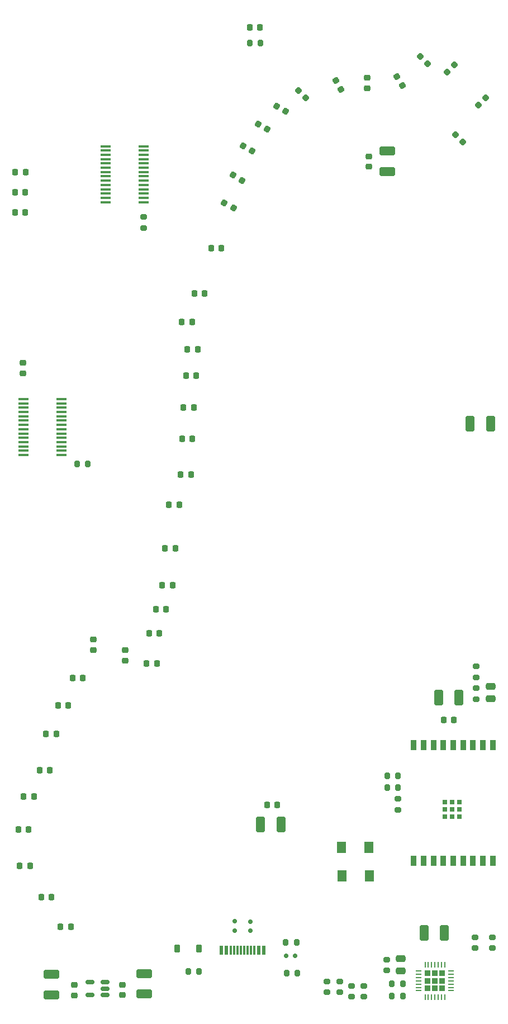
<source format=gbr>
%TF.GenerationSoftware,KiCad,Pcbnew,9.0.0*%
%TF.CreationDate,2025-04-18T09:14:46-04:00*%
%TF.ProjectId,where_is_my_ion,77686572-655f-4697-935f-6d795f696f6e,rev?*%
%TF.SameCoordinates,Original*%
%TF.FileFunction,Paste,Top*%
%TF.FilePolarity,Positive*%
%FSLAX46Y46*%
G04 Gerber Fmt 4.6, Leading zero omitted, Abs format (unit mm)*
G04 Created by KiCad (PCBNEW 9.0.0) date 2025-04-18 09:14:46*
%MOMM*%
%LPD*%
G01*
G04 APERTURE LIST*
G04 Aperture macros list*
%AMRoundRect*
0 Rectangle with rounded corners*
0 $1 Rounding radius*
0 $2 $3 $4 $5 $6 $7 $8 $9 X,Y pos of 4 corners*
0 Add a 4 corners polygon primitive as box body*
4,1,4,$2,$3,$4,$5,$6,$7,$8,$9,$2,$3,0*
0 Add four circle primitives for the rounded corners*
1,1,$1+$1,$2,$3*
1,1,$1+$1,$4,$5*
1,1,$1+$1,$6,$7*
1,1,$1+$1,$8,$9*
0 Add four rect primitives between the rounded corners*
20,1,$1+$1,$2,$3,$4,$5,0*
20,1,$1+$1,$4,$5,$6,$7,0*
20,1,$1+$1,$6,$7,$8,$9,0*
20,1,$1+$1,$8,$9,$2,$3,0*%
G04 Aperture macros list end*
%ADD10RoundRect,0.218750X0.317568X0.112544X-0.061318X0.331294X-0.317568X-0.112544X0.061318X-0.331294X0*%
%ADD11RoundRect,0.250000X0.925000X-0.412500X0.925000X0.412500X-0.925000X0.412500X-0.925000X-0.412500X0*%
%ADD12R,1.350000X1.800000*%
%ADD13RoundRect,0.218750X0.218750X0.256250X-0.218750X0.256250X-0.218750X-0.256250X0.218750X-0.256250X0*%
%ADD14RoundRect,0.200000X0.200000X0.275000X-0.200000X0.275000X-0.200000X-0.275000X0.200000X-0.275000X0*%
%ADD15RoundRect,0.200000X0.275000X-0.200000X0.275000X0.200000X-0.275000X0.200000X-0.275000X-0.200000X0*%
%ADD16RoundRect,0.218750X-0.218750X-0.256250X0.218750X-0.256250X0.218750X0.256250X-0.218750X0.256250X0*%
%ADD17RoundRect,0.218750X-0.256250X0.218750X-0.256250X-0.218750X0.256250X-0.218750X0.256250X0.218750X0*%
%ADD18RoundRect,0.200000X-0.200000X-0.275000X0.200000X-0.275000X0.200000X0.275000X-0.200000X0.275000X0*%
%ADD19RoundRect,0.225000X-0.225000X0.225000X-0.225000X-0.225000X0.225000X-0.225000X0.225000X0.225000X0*%
%ADD20RoundRect,0.062500X-0.062500X0.337500X-0.062500X-0.337500X0.062500X-0.337500X0.062500X0.337500X0*%
%ADD21RoundRect,0.062500X-0.337500X0.062500X-0.337500X-0.062500X0.337500X-0.062500X0.337500X0.062500X0*%
%ADD22RoundRect,0.250000X-0.925000X0.412500X-0.925000X-0.412500X0.925000X-0.412500X0.925000X0.412500X0*%
%ADD23RoundRect,0.150000X0.200000X-0.150000X0.200000X0.150000X-0.200000X0.150000X-0.200000X-0.150000X0*%
%ADD24RoundRect,0.218750X0.335876X0.026517X0.026517X0.335876X-0.335876X-0.026517X-0.026517X-0.335876X0*%
%ADD25RoundRect,0.250000X0.475000X-0.250000X0.475000X0.250000X-0.475000X0.250000X-0.475000X-0.250000X0*%
%ADD26RoundRect,0.051250X0.733750X0.153750X-0.733750X0.153750X-0.733750X-0.153750X0.733750X-0.153750X0*%
%ADD27RoundRect,0.218750X0.331294X-0.061318X0.112544X0.317568X-0.331294X0.061318X-0.112544X-0.317568X0*%
%ADD28RoundRect,0.200000X-0.275000X0.200000X-0.275000X-0.200000X0.275000X-0.200000X0.275000X0.200000X0*%
%ADD29RoundRect,0.218750X0.026517X-0.335876X0.335876X-0.026517X-0.026517X0.335876X-0.335876X0.026517X0*%
%ADD30RoundRect,0.250000X0.412500X0.925000X-0.412500X0.925000X-0.412500X-0.925000X0.412500X-0.925000X0*%
%ADD31RoundRect,0.225000X0.225000X0.250000X-0.225000X0.250000X-0.225000X-0.250000X0.225000X-0.250000X0*%
%ADD32RoundRect,0.250000X-0.412500X-0.925000X0.412500X-0.925000X0.412500X0.925000X-0.412500X0.925000X0*%
%ADD33RoundRect,0.218750X0.256250X-0.218750X0.256250X0.218750X-0.256250X0.218750X-0.256250X-0.218750X0*%
%ADD34RoundRect,0.225000X-0.225000X-0.375000X0.225000X-0.375000X0.225000X0.375000X-0.225000X0.375000X0*%
%ADD35R,0.600000X1.450000*%
%ADD36R,0.300000X1.450000*%
%ADD37R,0.700000X0.700000*%
%ADD38R,0.900000X1.500000*%
%ADD39RoundRect,0.150000X0.512500X0.150000X-0.512500X0.150000X-0.512500X-0.150000X0.512500X-0.150000X0*%
%ADD40RoundRect,0.225000X-0.250000X0.225000X-0.250000X-0.225000X0.250000X-0.225000X0.250000X0.225000X0*%
%ADD41RoundRect,0.150000X-0.150000X-0.200000X0.150000X-0.200000X0.150000X0.200000X-0.150000X0.200000X0*%
G04 APERTURE END LIST*
D10*
%TO.C,D23*%
X141681995Y-32693750D03*
X140318005Y-31906250D03*
%TD*%
D11*
%TO.C,C16*%
X123100000Y-163637500D03*
X123100000Y-160562500D03*
%TD*%
D12*
%TO.C,SW2*%
X157125000Y-141500000D03*
X152975000Y-141500000D03*
%TD*%
D13*
%TO.C,D15*%
X109750000Y-124250000D03*
X108175000Y-124250000D03*
%TD*%
D14*
%TO.C,R6*%
X162250000Y-164000000D03*
X160600000Y-164000000D03*
%TD*%
D15*
%TO.C,R5*%
X159800000Y-160125000D03*
X159800000Y-158475000D03*
%TD*%
%TO.C,R20*%
X150800000Y-163400000D03*
X150800000Y-161750000D03*
%TD*%
D13*
%TO.C,D10*%
X109037500Y-149000000D03*
X107462500Y-149000000D03*
%TD*%
D16*
%TO.C,D39*%
X129412500Y-70000000D03*
X130987500Y-70000000D03*
%TD*%
D13*
%TO.C,D75*%
X105087500Y-39200000D03*
X103512500Y-39200000D03*
%TD*%
%TO.C,D12*%
X105587500Y-138750000D03*
X104012500Y-138750000D03*
%TD*%
D16*
%TO.C,D53*%
X123412500Y-113600000D03*
X124987500Y-113600000D03*
%TD*%
D17*
%TO.C,D51*%
X115400000Y-110012500D03*
X115400000Y-111587500D03*
%TD*%
D16*
%TO.C,D34*%
X126212500Y-96200000D03*
X127787500Y-96200000D03*
%TD*%
D18*
%TO.C,R10*%
X112875000Y-83400000D03*
X114525000Y-83400000D03*
%TD*%
D19*
%TO.C,U1*%
X168240000Y-160560000D03*
X167120000Y-160560000D03*
X166000000Y-160560000D03*
X168240000Y-161680000D03*
X167120000Y-161680000D03*
X166000000Y-161680000D03*
X168240000Y-162800000D03*
X167120000Y-162800000D03*
X166000000Y-162800000D03*
D20*
X168620000Y-159230000D03*
X168120000Y-159230000D03*
X167620000Y-159230000D03*
X167120000Y-159230000D03*
X166620000Y-159230000D03*
X166120000Y-159230000D03*
X165620000Y-159230000D03*
D21*
X164670000Y-160180000D03*
X164670000Y-160680000D03*
X164670000Y-161180000D03*
X164670000Y-161680000D03*
X164670000Y-162180000D03*
X164670000Y-162680000D03*
X164670000Y-163180000D03*
D20*
X165620000Y-164130000D03*
X166120000Y-164130000D03*
X166620000Y-164130000D03*
X167120000Y-164130000D03*
X167620000Y-164130000D03*
X168120000Y-164130000D03*
X168620000Y-164130000D03*
D21*
X169570000Y-163180000D03*
X169570000Y-162680000D03*
X169570000Y-162180000D03*
X169570000Y-161680000D03*
X169570000Y-161180000D03*
X169570000Y-160680000D03*
X169570000Y-160180000D03*
%TD*%
D12*
%TO.C,SW3*%
X157200000Y-145800000D03*
X153050000Y-145800000D03*
%TD*%
D15*
%TO.C,R22*%
X154450000Y-164075000D03*
X154450000Y-162425000D03*
%TD*%
D22*
%TO.C,C3*%
X159900000Y-36012500D03*
X159900000Y-39087500D03*
%TD*%
D23*
%TO.C,D83*%
X139200000Y-152700000D03*
X139200000Y-154100000D03*
%TD*%
D24*
%TO.C,D5*%
X166006847Y-22806847D03*
X164893153Y-21693153D03*
%TD*%
D13*
%TO.C,D74*%
X105075000Y-42200000D03*
X103500000Y-42200000D03*
%TD*%
D16*
%TO.C,D36*%
X128612500Y-85000000D03*
X130187500Y-85000000D03*
%TD*%
D25*
%TO.C,C6*%
X161900000Y-160200000D03*
X161900000Y-158300000D03*
%TD*%
D14*
%TO.C,R21*%
X140700000Y-19600000D03*
X139050000Y-19600000D03*
%TD*%
D13*
%TO.C,D81*%
X140612500Y-17300000D03*
X139037500Y-17300000D03*
%TD*%
D16*
%TO.C,D50*%
X112212500Y-115800000D03*
X113787500Y-115800000D03*
%TD*%
D13*
%TO.C,D13*%
X106387500Y-133800000D03*
X104812500Y-133800000D03*
%TD*%
D15*
%TO.C,R13*%
X161500000Y-135775000D03*
X161500000Y-134125000D03*
%TD*%
D13*
%TO.C,D19*%
X134775000Y-50700000D03*
X133200000Y-50700000D03*
%TD*%
D18*
%TO.C,R24*%
X144630000Y-160550000D03*
X146280000Y-160550000D03*
%TD*%
D26*
%TO.C,U4*%
X110515000Y-82025000D03*
X110515000Y-81375000D03*
X110515000Y-80725000D03*
X110515000Y-80075000D03*
X110515000Y-79425000D03*
X110515000Y-78775000D03*
X110515000Y-78125000D03*
X110515000Y-77475000D03*
X110515000Y-76825000D03*
X110515000Y-76175000D03*
X110515000Y-75525000D03*
X110515000Y-74875000D03*
X110515000Y-74225000D03*
X110515000Y-73575000D03*
X104775000Y-73575000D03*
X104775000Y-74225000D03*
X104775000Y-74875000D03*
X104775000Y-75525000D03*
X104775000Y-76175000D03*
X104775000Y-76825000D03*
X104775000Y-77475000D03*
X104775000Y-78125000D03*
X104775000Y-78775000D03*
X104775000Y-79425000D03*
X104775000Y-80075000D03*
X104775000Y-80725000D03*
X104775000Y-81375000D03*
X104775000Y-82025000D03*
%TD*%
D10*
%TO.C,D21*%
X137881995Y-40443750D03*
X136518005Y-39656250D03*
%TD*%
D27*
%TO.C,D4*%
X162150000Y-26100000D03*
X161362500Y-24736008D03*
%TD*%
D25*
%TO.C,C13*%
X175600000Y-118950000D03*
X175600000Y-117050000D03*
%TD*%
D28*
%TO.C,R17*%
X173400000Y-114075000D03*
X173400000Y-115725000D03*
%TD*%
D13*
%TO.C,D17*%
X130350000Y-61850000D03*
X128775000Y-61850000D03*
%TD*%
D29*
%TO.C,D6*%
X168943153Y-24006847D03*
X170056847Y-22893153D03*
%TD*%
D26*
%TO.C,U7*%
X122995000Y-43725000D03*
X122995000Y-43075000D03*
X122995000Y-42425000D03*
X122995000Y-41775000D03*
X122995000Y-41125000D03*
X122995000Y-40475000D03*
X122995000Y-39825000D03*
X122995000Y-39175000D03*
X122995000Y-38525000D03*
X122995000Y-37875000D03*
X122995000Y-37225000D03*
X122995000Y-36575000D03*
X122995000Y-35925000D03*
X122995000Y-35275000D03*
X117255000Y-35275000D03*
X117255000Y-35925000D03*
X117255000Y-36575000D03*
X117255000Y-37225000D03*
X117255000Y-37875000D03*
X117255000Y-38525000D03*
X117255000Y-39175000D03*
X117255000Y-39825000D03*
X117255000Y-40475000D03*
X117255000Y-41125000D03*
X117255000Y-41775000D03*
X117255000Y-42425000D03*
X117255000Y-43075000D03*
X117255000Y-43725000D03*
%TD*%
D18*
%TO.C,R1*%
X160600000Y-162100000D03*
X162250000Y-162100000D03*
%TD*%
D28*
%TO.C,R15*%
X173400000Y-117375000D03*
X173400000Y-119025000D03*
%TD*%
D16*
%TO.C,D55*%
X124812500Y-105400000D03*
X126387500Y-105400000D03*
%TD*%
D30*
%TO.C,C5*%
X143787500Y-138000000D03*
X140712500Y-138000000D03*
%TD*%
D23*
%TO.C,D84*%
X136750000Y-152650000D03*
X136750000Y-154050000D03*
%TD*%
D13*
%TO.C,D11*%
X105787500Y-144250000D03*
X104212500Y-144250000D03*
%TD*%
D30*
%TO.C,C10*%
X175537500Y-77250000D03*
X172462500Y-77250000D03*
%TD*%
D16*
%TO.C,D37*%
X128812500Y-79600000D03*
X130387500Y-79600000D03*
%TD*%
D31*
%TO.C,C4*%
X143237500Y-135000000D03*
X141687500Y-135000000D03*
%TD*%
D32*
%TO.C,C1*%
X165462500Y-154400000D03*
X168537500Y-154400000D03*
%TD*%
D13*
%TO.C,D9*%
X111987500Y-153500000D03*
X110412500Y-153500000D03*
%TD*%
D33*
%TO.C,D3*%
X156856250Y-26455505D03*
X156856250Y-24880503D03*
%TD*%
D27*
%TO.C,D2*%
X152887500Y-26700000D03*
X152100000Y-25336008D03*
%TD*%
D13*
%TO.C,D14*%
X108787500Y-129750000D03*
X107212500Y-129750000D03*
%TD*%
%TO.C,D18*%
X132237500Y-57550000D03*
X130662500Y-57550000D03*
%TD*%
D16*
%TO.C,D33*%
X125812500Y-101800000D03*
X127387500Y-101800000D03*
%TD*%
D11*
%TO.C,C19*%
X109050000Y-163787500D03*
X109050000Y-160712500D03*
%TD*%
D10*
%TO.C,D20*%
X136581995Y-44643750D03*
X135218005Y-43856250D03*
%TD*%
D17*
%TO.C,D49*%
X104700000Y-68075000D03*
X104700000Y-69650000D03*
%TD*%
D10*
%TO.C,D22*%
X139450000Y-36000000D03*
X138086010Y-35212500D03*
%TD*%
D18*
%TO.C,R16*%
X159875000Y-130600000D03*
X161525000Y-130600000D03*
%TD*%
D34*
%TO.C,D72*%
X128030000Y-156800000D03*
X131330000Y-156800000D03*
%TD*%
D35*
%TO.C,J1*%
X134730000Y-157055000D03*
X135530000Y-157055000D03*
D36*
X136730000Y-157055000D03*
X137730000Y-157055000D03*
X138230000Y-157055000D03*
X139230000Y-157055000D03*
D35*
X140430000Y-157055000D03*
X141230000Y-157055000D03*
X141230000Y-157055000D03*
X140430000Y-157055000D03*
D36*
X139730000Y-157055000D03*
X138730000Y-157055000D03*
X137230000Y-157055000D03*
X136230000Y-157055000D03*
D35*
X135530000Y-157055000D03*
X134730000Y-157055000D03*
%TD*%
D16*
%TO.C,D38*%
X129012500Y-74800000D03*
X130587500Y-74800000D03*
%TD*%
D37*
%TO.C,U6*%
X170800000Y-134585000D03*
X169700000Y-134585000D03*
X168600000Y-134585000D03*
X170800000Y-135685000D03*
X169700000Y-135685000D03*
X168600000Y-135685000D03*
X170800000Y-136785000D03*
X169700000Y-136785000D03*
X168600000Y-136785000D03*
D38*
X175900000Y-125975000D03*
X174400000Y-125975000D03*
X172900000Y-125975000D03*
X171400000Y-125975000D03*
X169900000Y-125975000D03*
X168400000Y-125975000D03*
X166900000Y-125975000D03*
X165400000Y-125975000D03*
X163900000Y-125975000D03*
X163900000Y-143475000D03*
X165400000Y-143475000D03*
X166900000Y-143475000D03*
X168400000Y-143475000D03*
X169900000Y-143475000D03*
X171400000Y-143475000D03*
X172900000Y-143475000D03*
X174400000Y-143475000D03*
X175900000Y-143475000D03*
%TD*%
D39*
%TO.C,U8*%
X117137500Y-163800000D03*
X117137500Y-162850000D03*
X117137500Y-161900000D03*
X114862500Y-161900000D03*
X114862500Y-163800000D03*
%TD*%
D18*
%TO.C,R4*%
X144530000Y-155900000D03*
X146180000Y-155900000D03*
%TD*%
D16*
%TO.C,D54*%
X123812500Y-109000000D03*
X125387500Y-109000000D03*
%TD*%
D29*
%TO.C,D7*%
X173693153Y-29056847D03*
X174806847Y-27943153D03*
%TD*%
D40*
%TO.C,C18*%
X112500000Y-162325000D03*
X112500000Y-163875000D03*
%TD*%
D15*
%TO.C,R19*%
X152700000Y-163400000D03*
X152700000Y-161750000D03*
%TD*%
D24*
%TO.C,D8*%
X171350000Y-34650000D03*
X170236306Y-33536306D03*
%TD*%
D14*
%TO.C,R14*%
X161550000Y-132400000D03*
X159900000Y-132400000D03*
%TD*%
D10*
%TO.C,D24*%
X144531995Y-29993750D03*
X143168005Y-29206250D03*
%TD*%
D13*
%TO.C,D73*%
X105075000Y-45250000D03*
X103500000Y-45250000D03*
%TD*%
D15*
%TO.C,R3*%
X175800000Y-156725000D03*
X175800000Y-155075000D03*
%TD*%
D41*
%TO.C,D82*%
X145950000Y-157900000D03*
X144550000Y-157900000D03*
%TD*%
D30*
%TO.C,C11*%
X170737500Y-118800000D03*
X167662500Y-118800000D03*
%TD*%
D17*
%TO.C,D52*%
X120200000Y-111612500D03*
X120200000Y-113187500D03*
%TD*%
D13*
%TO.C,D16*%
X111587500Y-120000000D03*
X110012500Y-120000000D03*
%TD*%
D31*
%TO.C,C12*%
X169975000Y-122200000D03*
X168425000Y-122200000D03*
%TD*%
D40*
%TO.C,C17*%
X119800000Y-162300000D03*
X119800000Y-163850000D03*
%TD*%
D15*
%TO.C,R23*%
X156350000Y-164075000D03*
X156350000Y-162425000D03*
%TD*%
D16*
%TO.C,D35*%
X126812500Y-89600000D03*
X128387500Y-89600000D03*
%TD*%
D24*
%TO.C,D1*%
X147556847Y-27956847D03*
X146443153Y-26843153D03*
%TD*%
D15*
%TO.C,R2*%
X173200000Y-156725000D03*
X173200000Y-155075000D03*
%TD*%
D40*
%TO.C,C2*%
X157150000Y-36825000D03*
X157150000Y-38375000D03*
%TD*%
D14*
%TO.C,R25*%
X131405000Y-160300000D03*
X129755000Y-160300000D03*
%TD*%
D16*
%TO.C,D40*%
X129612500Y-66000000D03*
X131187500Y-66000000D03*
%TD*%
D28*
%TO.C,R18*%
X123000000Y-45975000D03*
X123000000Y-47625000D03*
%TD*%
M02*

</source>
